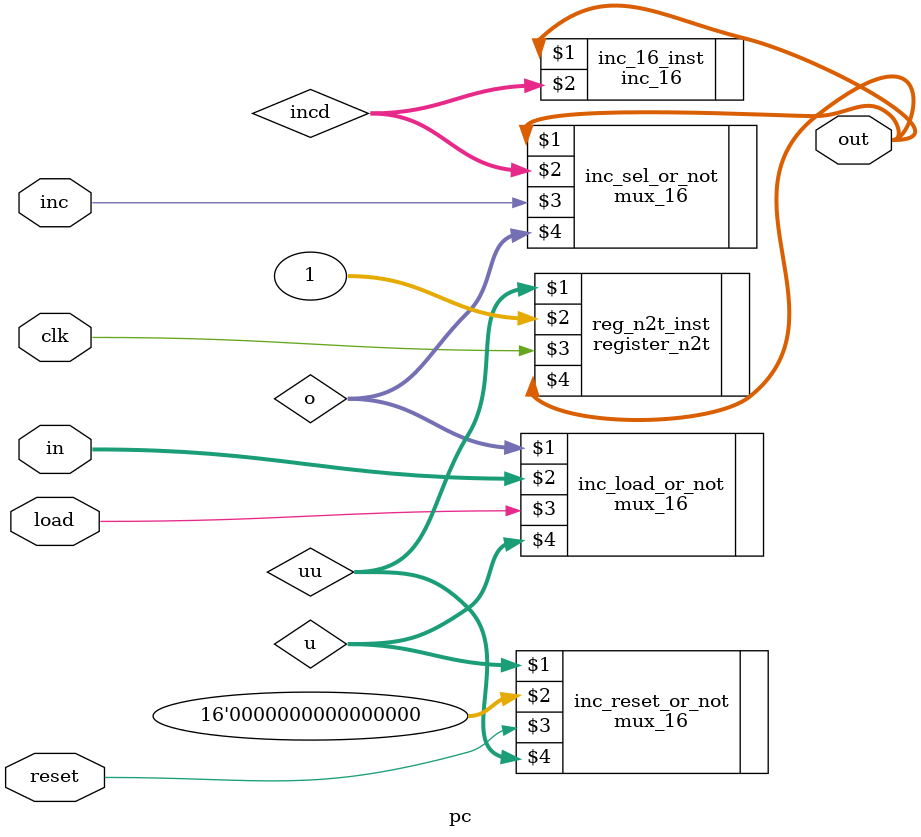
<source format=sv>
`ifndef inc_16
    `include "../02/inc_16.sv"
`endif
`ifndef mux_16
    `include "../01/mux_16.sv"
`endif
`ifndef or_n2t
    `include "../01/or_n2t.sv"
`endif
`ifndef register_n2t
    `include "register_n2t.sv"
`endif
`define pc 1

module pc(
    input  [15:0] in,
    input         load,
    input         inc,
    input         reset,
    input         clk,
    output [15:0] out
);

    wire [15:0] incd;
    inc_16 inc_16_inst(out, incd);

    wire [15:0] o, u, uu;
    mux_16 inc_sel_or_not(out, incd, inc, o);
    mux_16 inc_load_or_not(o, in, load, u);
    mux_16 inc_reset_or_not(u, 16'b0, reset, uu);

    register_n2t reg_n2t_inst(uu, 1, clk, out);

endmodule
</source>
